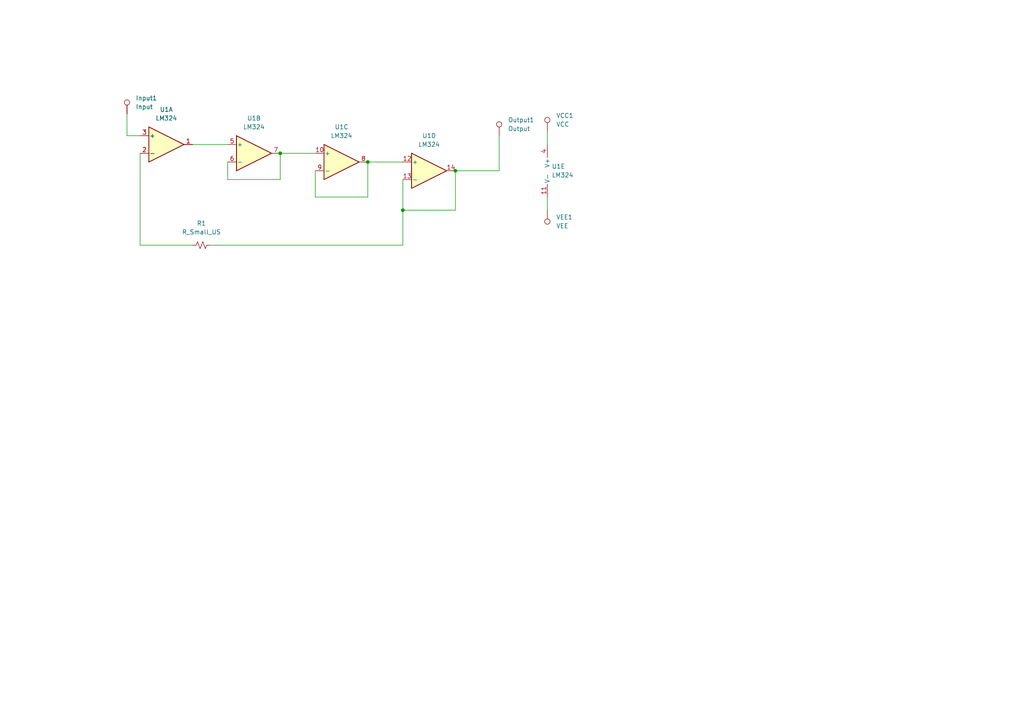
<source format=kicad_sch>
(kicad_sch (version 20230121) (generator eeschema)
  (paper "A4")
  (lib_symbols
    (symbol "Amplifier_Operational:LM324" (pin_names (offset 0.127))
      (property "Reference" "U" (at 0 5.08 0))
      (property "Value" "LM324" (at 0 -5.08 0))
      (symbol "LM324_1_1"
        (polyline (pts (xy -5.08 5.08) (xy 5.08 0) (xy -5.08 -5.08) (xy -5.08 5.08)) (stroke (width 0.254)) (fill (type background)))
        (pin output line (at 7.62 0 180) (length 2.54) (name "~") (number "1"))
        (pin input line (at -7.62 -2.54 0) (length 2.54) (name "-") (number "2"))
        (pin input line (at -7.62 2.54 0) (length 2.54) (name "+") (number "3"))
      )
      (symbol "LM324_2_1"
        (polyline (pts (xy -5.08 5.08) (xy 5.08 0) (xy -5.08 -5.08) (xy -5.08 5.08)) (stroke (width 0.254)) (fill (type background)))
        (pin input line (at -7.62 2.54 0) (length 2.54) (name "+") (number "5"))
        (pin input line (at -7.62 -2.54 0) (length 2.54) (name "-") (number "6"))
        (pin output line (at 7.62 0 180) (length 2.54) (name "~") (number "7"))
      )
      (symbol "LM324_3_1"
        (polyline (pts (xy -5.08 5.08) (xy 5.08 0) (xy -5.08 -5.08) (xy -5.08 5.08)) (stroke (width 0.254)) (fill (type background)))
        (pin input line (at -7.62 2.54 0) (length 2.54) (name "+") (number "10"))
        (pin output line (at 7.62 0 180) (length 2.54) (name "~") (number "8"))
        (pin input line (at -7.62 -2.54 0) (length 2.54) (name "-") (number "9"))
      )
      (symbol "LM324_4_1"
        (polyline (pts (xy -5.08 5.08) (xy 5.08 0) (xy -5.08 -5.08) (xy -5.08 5.08)) (stroke (width 0.254)) (fill (type background)))
        (pin input line (at -7.62 2.54 0) (length 2.54) (name "+") (number "12"))
        (pin input line (at -7.62 -2.54 0) (length 2.54) (name "-") (number "13"))
        (pin output line (at 7.62 0 180) (length 2.54) (name "~") (number "14"))
      )
      (symbol "LM324_5_1"
        (pin power_in line (at -2.54 -7.62 90) (length 3.81) (name "V-") (number "11"))
        (pin power_in line (at -2.54 7.62 270) (length 3.81) (name "V+") (number "4"))
      )
    )
    (symbol "Connector:TestPoint" (pin_numbers hide) (pin_names (offset 0.762) hide)
      (property "Reference" "TP" (at 0 6.858 0))
      (property "Value" "TestPoint" (at 0 5.08 0))
      (symbol "TestPoint_0_1"
        (circle (center 0 3.302) (radius 0.762))
      )
      (symbol "TestPoint_1_1"
        (pin passive line (at 0 0 90) (length 2.54) (name "1") (number "1"))
      )
    )
    (symbol "Device:R_Small_US" (pin_numbers hide) (pin_names (offset 0.254) hide)
      (property "Reference" "R" (at 0.762 0.508 0))
      (property "Value" "R_Small_US" (at 0.762 -1.016 0))
      (symbol "R_Small_US_1_1"
        (polyline (pts (xy 0 0) (xy 1.016 -0.381) (xy 0 -0.762) (xy -1.016 -1.143) (xy 0 -1.524)))
        (polyline (pts (xy 0 1.524) (xy 1.016 1.143) (xy 0 0.762) (xy -1.016 0.381) (xy 0 0)))
        (pin passive line (at 0 2.54 270) (length 1.016) (name "~") (number "1"))
        (pin passive line (at 0 -2.54 90) (length 1.016) (name "~") (number "2"))
      )
    )
  )
  (junction (at 116.84 60.96))
  (junction (at 132.08 49.53))
  (junction (at 81.28 44.45))
  (junction (at 106.68 46.99))
  (wire (pts (xy 158.75 57.15) (xy 158.75 60.96)))
  (wire (pts (xy 132.08 49.53) (xy 144.78 49.53)))
  (wire (pts (xy 91.44 57.15) (xy 106.68 57.15)))
  (wire (pts (xy 66.04 52.07) (xy 81.28 52.07)))
  (wire (pts (xy 132.08 60.96) (xy 116.84 60.96)))
  (wire (pts (xy 106.68 46.99) (xy 116.84 46.99)))
  (wire (pts (xy 81.28 44.45) (xy 81.28 52.07)))
  (wire (pts (xy 66.04 46.99) (xy 66.04 52.07)))
  (wire (pts (xy 81.28 44.45) (xy 91.44 44.45)))
  (wire (pts (xy 40.64 39.37) (xy 36.83 39.37)))
  (wire (pts (xy 116.84 52.07) (xy 116.84 60.96)))
  (wire (pts (xy 55.88 41.91) (xy 66.04 41.91)))
  (wire (pts (xy 55.88 71.12) (xy 40.64 71.12)))
  (wire (pts (xy 40.64 71.12) (xy 40.64 44.45)))
  (wire (pts (xy 132.08 49.53) (xy 132.08 60.96)))
  (wire (pts (xy 116.84 71.12) (xy 60.96 71.12)))
  (wire (pts (xy 36.83 39.37) (xy 36.83 33.02)))
  (wire (pts (xy 144.78 49.53) (xy 144.78 39.37)))
  (wire (pts (xy 116.84 60.96) (xy 116.84 71.12)))
  (wire (pts (xy 106.68 46.99) (xy 106.68 57.15)))
  (wire (pts (xy 91.44 49.53) (xy 91.44 57.15)))
  (wire (pts (xy 158.75 38.1) (xy 158.75 41.91)))
  (symbol (lib_id "Amplifier_Operational:LM324") (at 99.06 46.99 0) (unit 3)
    (property "Reference" "U1" (at 99.06 36.83 0))
    (property "Value" "LM324" (at 99.06 39.37 0))
    (property "Footprint" "Package_DIP:DIP-14_W8.89mm_SMDSocket_LongPads" (effects hide))
    (property "Datasheet" "http://www.ti.com/lit/ds/symlink/lm2902-n.pdf" (effects hide))
  )
  (symbol (lib_id "Amplifier_Operational:LM324") (at 161.29 49.53 0) (unit 5)
    (property "Reference" "U1" (at 160.02 48.26 0) (effects (justify left)))
    (property "Value" "LM324" (at 160.02 50.8 0) (effects (justify left)))
    (property "Footprint" "Package_DIP:DIP-14_W8.89mm_SMDSocket_LongPads" (effects hide))
    (property "Datasheet" "http://www.ti.com/lit/ds/symlink/lm2902-n.pdf" (effects hide))
  )
  (symbol (lib_id "Connector:TestPoint") (at 36.83 33.02 0) (unit 1)
    (property "Reference" "Input1" (at 39.37 28.448 0) (effects (justify left)))
    (property "Value" "Input" (at 39.37 30.988 0) (effects (justify left)))
    (property "Footprint" "TestPoint:TestPoint_Keystone_5000-5004_Miniature" (effects hide))
  )
  (symbol (lib_id "Connector:TestPoint") (at 144.78 39.37 0) (unit 1)
    (property "Reference" "Output1" (at 147.32 34.798 0) (effects (justify left)))
    (property "Value" "Output" (at 147.32 37.338 0) (effects (justify left)))
    (property "Footprint" "TestPoint:TestPoint_Keystone_5000-5004_Miniature" (effects hide))
  )
  (symbol (lib_id "Connector:TestPoint") (at 158.75 38.1 0) (unit 1)
    (property "Reference" "VCC1" (at 161.29 33.528 0) (effects (justify left)))
    (property "Value" "VCC" (at 161.29 36.068 0) (effects (justify left)))
    (property "Footprint" "TestPoint:TestPoint_Keystone_5000-5004_Miniature" (effects hide))
  )
  (symbol (lib_id "Amplifier_Operational:LM324") (at 73.66 44.45 0) (unit 2)
    (property "Reference" "U1" (at 73.66 34.29 0))
    (property "Value" "LM324" (at 73.66 36.83 0))
    (property "Footprint" "Package_DIP:DIP-14_W8.89mm_SMDSocket_LongPads" (effects hide))
    (property "Datasheet" "http://www.ti.com/lit/ds/symlink/lm2902-n.pdf" (effects hide))
  )
  (symbol (lib_id "Amplifier_Operational:LM324") (at 48.26 41.91 0) (unit 1)
    (property "Reference" "U1" (at 48.26 31.75 0))
    (property "Value" "LM324" (at 48.26 34.29 0))
    (property "Footprint" "Package_DIP:DIP-14_W8.89mm_SMDSocket_LongPads" (effects hide))
    (property "Datasheet" "http://www.ti.com/lit/ds/symlink/lm2902-n.pdf" (effects hide))
  )
  (symbol (lib_id "Connector:TestPoint") (at 158.75 60.96 180) (unit 1)
    (property "Reference" "VEE1" (at 161.29 62.992 0) (effects (justify right)))
    (property "Value" "VEE" (at 161.29 65.532 0) (effects (justify right)))
    (property "Footprint" "TestPoint:TestPoint_Keystone_5000-5004_Miniature" (effects hide))
  )
  (symbol (lib_id "Device:R_Small_US") (at 58.42 71.12 90) (unit 1)
    (property "Reference" "R1" (at 58.42 64.77 90))
    (property "Value" "R_Small_US" (at 58.42 67.31 90))
    (property "Footprint" "Resistor_THT:R_Axial_DIN0207_L6.3mm_D2.5mm_P10.16mm_Horizontal" (effects hide))
  )
  (symbol (lib_id "Amplifier_Operational:LM324") (at 124.46 49.53 0) (unit 4)
    (property "Reference" "U1" (at 124.46 39.37 0))
    (property "Value" "LM324" (at 124.46 41.91 0))
    (property "Footprint" "Package_DIP:DIP-14_W8.89mm_SMDSocket_LongPads" (effects hide))
    (property "Datasheet" "http://www.ti.com/lit/ds/symlink/lm2902-n.pdf" (effects hide))
  )
)
</source>
